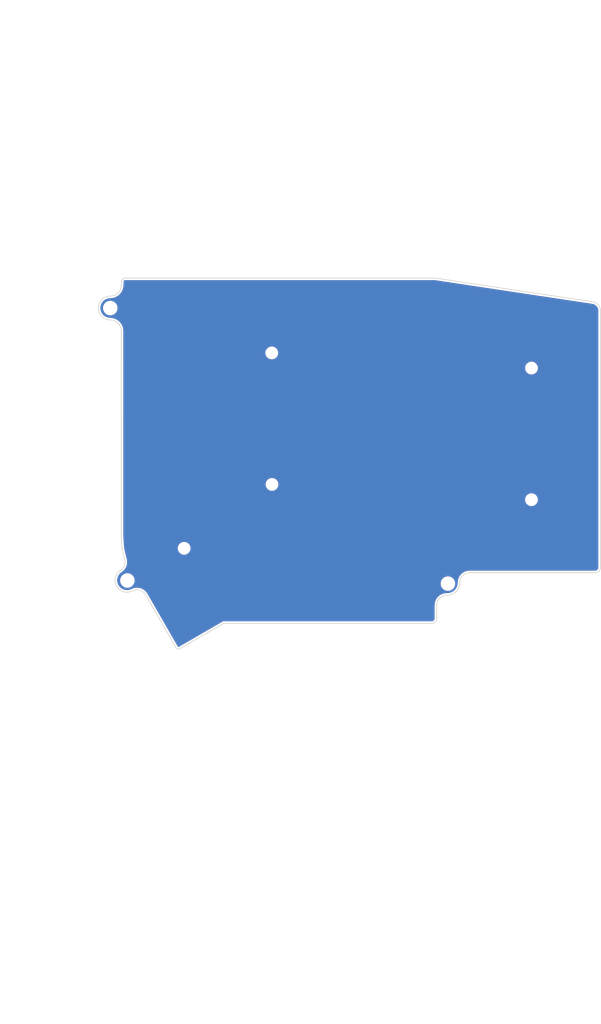
<source format=kicad_pcb>
(kicad_pcb (version 20171130) (host pcbnew "(5.1.9)-1")

  (general
    (thickness 1.6)
    (drawings 64)
    (tracks 0)
    (zones 0)
    (modules 10)
    (nets 1)
  )

  (page A4)
  (title_block
    (title "Lotus 58 Glow MX")
    (date 2020-12-12)
    (rev 0.95)
    (company "Markus Knutsson <markus.knutsson@tweety.se>")
    (comment 1 https://github.com/TweetyDaBird)
    (comment 2 "Licensed under CERN-OHL-S v2 or any superseding version")
  )

  (layers
    (0 F.Cu signal)
    (31 B.Cu signal)
    (32 B.Adhes user)
    (33 F.Adhes user)
    (34 B.Paste user)
    (35 F.Paste user)
    (36 B.SilkS user)
    (37 F.SilkS user)
    (38 B.Mask user)
    (39 F.Mask user)
    (40 Dwgs.User user)
    (41 Cmts.User user)
    (42 Eco1.User user)
    (43 Eco2.User user)
    (44 Edge.Cuts user)
    (45 Margin user)
    (46 B.CrtYd user)
    (47 F.CrtYd user)
    (48 B.Fab user)
    (49 F.Fab user)
  )

  (setup
    (last_trace_width 0.25)
    (user_trace_width 2.5)
    (trace_clearance 0.2)
    (zone_clearance 0.508)
    (zone_45_only no)
    (trace_min 0.2)
    (via_size 0.6096)
    (via_drill 0.3048)
    (via_min_size 0.4)
    (via_min_drill 0.3)
    (uvia_size 0.3)
    (uvia_drill 0.1)
    (uvias_allowed no)
    (uvia_min_size 0.2)
    (uvia_min_drill 0.1)
    (edge_width 0.15)
    (segment_width 0.2)
    (pcb_text_width 0.3)
    (pcb_text_size 1.5 1.5)
    (mod_edge_width 0.15)
    (mod_text_size 1 1)
    (mod_text_width 0.15)
    (pad_size 1.397 1.397)
    (pad_drill 0.8128)
    (pad_to_mask_clearance 0)
    (aux_axis_origin 76.0603 36.6903)
    (visible_elements 7FFFFF7F)
    (pcbplotparams
      (layerselection 0x010f0_ffffffff)
      (usegerberextensions false)
      (usegerberattributes false)
      (usegerberadvancedattributes false)
      (creategerberjobfile false)
      (excludeedgelayer true)
      (linewidth 0.100000)
      (plotframeref false)
      (viasonmask false)
      (mode 1)
      (useauxorigin false)
      (hpglpennumber 1)
      (hpglpenspeed 20)
      (hpglpendiameter 15.000000)
      (psnegative false)
      (psa4output false)
      (plotreference true)
      (plotvalue false)
      (plotinvisibletext false)
      (padsonsilk false)
      (subtractmaskfromsilk true)
      (outputformat 1)
      (mirror false)
      (drillshape 0)
      (scaleselection 1)
      (outputdirectory "gerber/"))
  )

  (net 0 "")

  (net_class Default "これは標準のネット クラスです。"
    (clearance 0.2)
    (trace_width 0.25)
    (via_dia 0.6096)
    (via_drill 0.3048)
    (uvia_dia 0.3)
    (uvia_drill 0.1)
  )

  (net_class GND ""
    (clearance 0.2)
    (trace_width 0.5)
    (via_dia 0.8128)
    (via_drill 0.3048)
    (uvia_dia 0.3)
    (uvia_drill 0.1)
  )

  (net_class VCC ""
    (clearance 0.2)
    (trace_width 0.5)
    (via_dia 0.8128)
    (via_drill 0.3048)
    (uvia_dia 0.3)
    (uvia_drill 0.1)
  )

  (module MountingHole:MountingHole_3.2mm_M3 (layer F.Cu) (tedit 56D1B4CB) (tstamp 60B6739C)
    (at 77.46 44.39 90)
    (descr "Mounting Hole 3.2mm, no annular, M3")
    (tags "mounting hole 3.2mm no annular m3")
    (path /5B74D98F)
    (attr virtual)
    (fp_text reference TH7 (at 0 -3.7 90) (layer F.SilkS) hide
      (effects (font (size 1 1) (thickness 0.15)))
    )
    (fp_text value HOLE (at 0 3.7 90) (layer F.Fab)
      (effects (font (size 1 1) (thickness 0.15)))
    )
    (fp_circle (center 0 0) (end 3.2 0) (layer Cmts.User) (width 0.15))
    (fp_circle (center 0 0) (end 3.45 0) (layer F.CrtYd) (width 0.05))
    (fp_text user %R (at 0.3 0 90) (layer F.Fab)
      (effects (font (size 1 1) (thickness 0.15)))
    )
    (pad 1 np_thru_hole circle (at 0 0 90) (size 3.2 3.2) (drill 3.2) (layers *.Cu *.Mask))
  )

  (module MountingHole:MountingHole_3.2mm_M3 (layer F.Cu) (tedit 56D1B4CB) (tstamp 60B6739C)
    (at 175.45 124.35 90)
    (descr "Mounting Hole 3.2mm, no annular, M3")
    (tags "mounting hole 3.2mm no annular m3")
    (path /5B74D98F)
    (attr virtual)
    (fp_text reference TH7 (at 0 -3.7 90) (layer F.SilkS) hide
      (effects (font (size 1 1) (thickness 0.15)))
    )
    (fp_text value HOLE (at 0 3.7 90) (layer F.Fab)
      (effects (font (size 1 1) (thickness 0.15)))
    )
    (fp_circle (center 0 0) (end 3.2 0) (layer Cmts.User) (width 0.15))
    (fp_circle (center 0 0) (end 3.45 0) (layer F.CrtYd) (width 0.05))
    (fp_text user %R (at 0.3 0 90) (layer F.Fab)
      (effects (font (size 1 1) (thickness 0.15)))
    )
    (pad 1 np_thru_hole circle (at 0 0 90) (size 3.2 3.2) (drill 3.2) (layers *.Cu *.Mask))
  )

  (module MountingHole:MountingHole_3.2mm_M3 (layer F.Cu) (tedit 56D1B4CB) (tstamp 60B671F2)
    (at 82.42 123.45 90)
    (descr "Mounting Hole 3.2mm, no annular, M3")
    (tags "mounting hole 3.2mm no annular m3")
    (path /5B74D98F)
    (attr virtual)
    (fp_text reference TH7 (at 0 -3.7 90) (layer F.SilkS) hide
      (effects (font (size 1 1) (thickness 0.15)))
    )
    (fp_text value HOLE (at 0 3.7 90) (layer F.Fab)
      (effects (font (size 1 1) (thickness 0.15)))
    )
    (fp_text user %R (at 0.3 0 90) (layer F.Fab)
      (effects (font (size 1 1) (thickness 0.15)))
    )
    (fp_circle (center 0 0) (end 3.2 0) (layer Cmts.User) (width 0.15))
    (fp_circle (center 0 0) (end 3.45 0) (layer F.CrtYd) (width 0.05))
    (pad 1 np_thru_hole circle (at 0 0 90) (size 3.2 3.2) (drill 3.2) (layers *.Cu *.Mask))
  )

  (module "" (layer F.Cu) (tedit 0) (tstamp 0)
    (at 99.76 114.01)
    (fp_text reference "" (at 98.8949 114.1095) (layer F.SilkS)
      (effects (font (size 1.27 1.27) (thickness 0.15)))
    )
    (fp_text value "" (at 98.8949 114.1095) (layer F.SilkS)
      (effects (font (size 1.27 1.27) (thickness 0.15)))
    )
    (fp_text user %R (at 119.6598 91.029) (layer F.Fab)
      (effects (font (size 1 1) (thickness 0.15)))
    )
  )

  (module "" (layer F.Cu) (tedit 0) (tstamp 0)
    (at 83.29 137.77)
    (fp_text reference "" (at 98.8949 114.1095) (layer F.SilkS)
      (effects (font (size 1.27 1.27) (thickness 0.15)))
    )
    (fp_text value "" (at 98.8949 114.1095) (layer F.SilkS)
      (effects (font (size 1.27 1.27) (thickness 0.15)))
    )
    (fp_text user %R (at 119.6598 91.029) (layer F.Fab)
      (effects (font (size 1 1) (thickness 0.15)))
    )
  )

  (module MountingHole:MountingHole_2.7mm_M2.5 locked (layer F.Cu) (tedit 56D1B4CB) (tstamp 5B8BE962)
    (at 98.8949 114.1095 90)
    (descr "Mounting Hole 2.7mm, no annular, M2.5")
    (tags "mounting hole 2.7mm no annular m2.5")
    (path /5B74D98F)
    (attr virtual)
    (fp_text reference TH7 (at 0 -3.7 90) (layer F.SilkS) hide
      (effects (font (size 1 1) (thickness 0.15)))
    )
    (fp_text value HOLE (at 0 3.7 90) (layer F.Fab)
      (effects (font (size 1 1) (thickness 0.15)))
    )
    (fp_circle (center 0 0) (end 2.95 0) (layer F.CrtYd) (width 0.05))
    (fp_circle (center 0 0) (end 2.7 0) (layer Cmts.User) (width 0.15))
    (fp_text user %R (at 0.3 0 90) (layer F.Fab)
      (effects (font (size 1 1) (thickness 0.15)))
    )
    (pad 1 np_thru_hole circle (at 0 0 90) (size 2.7 2.7) (drill 2.7) (layers *.Cu *.Mask))
  )

  (module MountingHole:MountingHole_2.7mm_M2.5 locked (layer F.Cu) (tedit 56D1B4CB) (tstamp 5B8BE95D)
    (at 199.7 100)
    (descr "Mounting Hole 2.7mm, no annular, M2.5")
    (tags "mounting hole 2.7mm no annular m2.5")
    (path /5B74D88C)
    (attr virtual)
    (fp_text reference TH6 (at 0 -3.7) (layer F.SilkS) hide
      (effects (font (size 1 1) (thickness 0.15)))
    )
    (fp_text value HOLE (at 0 3.7) (layer F.Fab)
      (effects (font (size 1 1) (thickness 0.15)))
    )
    (fp_circle (center 0 0) (end 2.95 0) (layer F.CrtYd) (width 0.05))
    (fp_circle (center 0 0) (end 2.7 0) (layer Cmts.User) (width 0.15))
    (fp_text user %R (at 0.3 0) (layer F.Fab)
      (effects (font (size 1 1) (thickness 0.15)))
    )
    (pad 1 np_thru_hole circle (at 0 0) (size 2.7 2.7) (drill 2.7) (layers *.Cu *.Mask))
  )

  (module MountingHole:MountingHole_2.7mm_M2.5 locked (layer F.Cu) (tedit 56D1B4CB) (tstamp 5B8BE958)
    (at 124.3965 95.5675)
    (descr "Mounting Hole 2.7mm, no annular, M2.5")
    (tags "mounting hole 2.7mm no annular m2.5")
    (path /5B74D78B)
    (attr virtual)
    (fp_text reference TH5 (at 0 -3.7) (layer F.SilkS) hide
      (effects (font (size 1 1) (thickness 0.15)))
    )
    (fp_text value HOLE (at 0 3.7) (layer F.Fab)
      (effects (font (size 1 1) (thickness 0.15)))
    )
    (fp_circle (center 0 0) (end 2.95 0) (layer F.CrtYd) (width 0.05))
    (fp_circle (center 0 0) (end 2.7 0) (layer Cmts.User) (width 0.15))
    (fp_text user %R (at 0.3 0) (layer F.Fab)
      (effects (font (size 1 1) (thickness 0.15)))
    )
    (pad 1 np_thru_hole circle (at 0 0) (size 2.7 2.7) (drill 2.7) (layers *.Cu *.Mask))
  )

  (module MountingHole:MountingHole_2.7mm_M2.5 locked (layer F.Cu) (tedit 56D1B4CB) (tstamp 5B8BE953)
    (at 199.7 61.8)
    (descr "Mounting Hole 2.7mm, no annular, M2.5")
    (tags "mounting hole 2.7mm no annular m2.5")
    (path /5B74D1C0)
    (attr virtual)
    (fp_text reference TH4 (at 0 -3.7) (layer F.SilkS) hide
      (effects (font (size 1 1) (thickness 0.15)))
    )
    (fp_text value HOLE (at 0 3.7) (layer F.Fab)
      (effects (font (size 1 1) (thickness 0.15)))
    )
    (fp_circle (center 0 0) (end 2.95 0) (layer F.CrtYd) (width 0.05))
    (fp_circle (center 0 0) (end 2.7 0) (layer Cmts.User) (width 0.15))
    (fp_text user %R (at 0.3 0) (layer F.Fab)
      (effects (font (size 1 1) (thickness 0.15)))
    )
    (pad 1 np_thru_hole circle (at 0 0) (size 2.7 2.7) (drill 2.7) (layers *.Cu *.Mask))
  )

  (module MountingHole:MountingHole_2.7mm_M2.5 locked (layer F.Cu) (tedit 56D1B4CB) (tstamp 5B8BE94E)
    (at 124.32538 57.40908)
    (descr "Mounting Hole 2.7mm, no annular, M2.5")
    (tags "mounting hole 2.7mm no annular m2.5")
    (path /5B74DA95)
    (attr virtual)
    (fp_text reference TH3 (at 0 -3.7) (layer F.SilkS) hide
      (effects (font (size 1 1) (thickness 0.15)))
    )
    (fp_text value HOLE (at 0 3.7) (layer F.Fab)
      (effects (font (size 1 1) (thickness 0.15)))
    )
    (fp_circle (center 0 0) (end 2.95 0) (layer F.CrtYd) (width 0.05))
    (fp_circle (center 0 0) (end 2.7 0) (layer Cmts.User) (width 0.15))
    (fp_text user %R (at 0.3 0) (layer F.Fab)
      (effects (font (size 1 1) (thickness 0.15)))
    )
    (pad 1 np_thru_hole circle (at 0 0) (size 2.7 2.7) (drill 2.7) (layers *.Cu *.Mask))
  )

  (gr_arc (start 77.451106 37.669968) (end 77.429612 40.91889) (angle -90.55483333) (layer Edge.Cuts) (width 0.2) (tstamp 60B674AE))
  (gr_line (start 80.7003 36.7444) (end 80.7 37.66) (layer Edge.Cuts) (width 0.2))
  (gr_arc (start 175.079612 130.595637) (end 175.201864 127.715656) (angle -94.3) (layer Edge.Cuts) (width 0.2) (tstamp 60B67419))
  (gr_arc (start 181.779999 124.073594) (end 181.58 121.193595) (angle -88.2) (layer Edge.Cuts) (width 0.2))
  (gr_arc (start 175.28752 124.108279) (end 175.201864 127.715656) (angle -90.17318759) (layer Edge.Cuts) (width 0.2))
  (gr_arc (start 78.916782 118.102602) (end 80.583744 120.392885) (angle -71.276714) (layer Edge.Cuts) (width 0.2) (tstamp 60B673F4))
  (gr_arc (start 82.313925 123.389646) (end 80.583744 120.392885) (angle -180) (layer Edge.Cuts) (width 0.2) (tstamp 60B673F7))
  (gr_arc (start 85.210776 129.029553) (end 87.730657 127.616209) (angle -84.52932095) (layer Edge.Cuts) (width 0.2) (tstamp 60B673FA))
  (gr_arc (start 77.429612 51.06) (end 80.65 51.06) (angle -90) (layer Edge.Cuts) (width 0.2))
  (gr_arc (start 77.429612 44.379251) (end 77.429612 40.91889) (angle -180) (layer Edge.Cuts) (width 0.2))
  (dimension 139.00462 (width 0.15) (layer Eco1.User)
    (gr_text "139,005 mm" (at 150.20261 20.544) (layer Eco1.User)
      (effects (font (size 1 1) (thickness 0.15)))
    )
    (feature1 (pts (xy 80.7003 44.8564) (xy 80.7003 21.257579)))
    (feature2 (pts (xy 219.70492 44.8564) (xy 219.70492 21.257579)))
    (crossbar (pts (xy 219.70492 21.844) (xy 80.7003 21.844)))
    (arrow1a (pts (xy 80.7003 21.844) (xy 81.826804 21.257579)))
    (arrow1b (pts (xy 80.7003 21.844) (xy 81.826804 22.430421)))
    (arrow2a (pts (xy 219.70492 21.844) (xy 218.578416 21.257579)))
    (arrow2b (pts (xy 219.70492 21.844) (xy 218.578416 22.430421)))
  )
  (gr_line (start 80.7085 111.8235) (end 80.772 112.649) (layer Edge.Cuts) (width 0.2) (tstamp 5FB11E18))
  (gr_line (start 80.772 112.649) (end 80.899 114.1095) (layer Edge.Cuts) (width 0.2) (tstamp 5FB11B71))
  (gr_line (start 97.594758 143.271756) (end 110.31982 135.90524) (layer Edge.Cuts) (width 0.2))
  (gr_line (start 218.511891 42.96639) (end 217.79552 42.621355) (layer Edge.Cuts) (width 0.2))
  (gr_line (start 219.50172 44.1452) (end 219.70492 44.8564) (layer Edge.Cuts) (width 0.2) (tstamp 5FAC4583))
  (gr_line (start 219.13342 43.5102) (end 219.50172 44.1452) (layer Edge.Cuts) (width 0.2))
  (dimension 106.7181 (width 0.3) (layer Eco1.User) (tstamp 5BE6B60C)
    (gr_text "106,718 mm" (at 70.9603 90.04935 270) (layer Eco1.User) (tstamp 5BE6B60C)
      (effects (font (size 1.5 1.5) (thickness 0.3)))
    )
    (feature1 (pts (xy 76.0603 143.4084) (xy 72.473879 143.4084)))
    (feature2 (pts (xy 76.0603 36.6903) (xy 72.473879 36.6903)))
    (crossbar (pts (xy 73.0603 36.6903) (xy 73.0603 143.4084)))
    (arrow1a (pts (xy 73.0603 143.4084) (xy 72.473879 142.281896)))
    (arrow1b (pts (xy 73.0603 143.4084) (xy 73.646721 142.281896)))
    (arrow2a (pts (xy 73.0603 36.6903) (xy 72.473879 37.816804)))
    (arrow2b (pts (xy 73.0603 36.6903) (xy 73.646721 37.816804)))
  )
  (gr_line (start 181.58 121.193595) (end 218.18092 121.19356) (layer Edge.Cuts) (width 0.2))
  (gr_line (start 217.79552 42.621355) (end 171.704 35.687) (layer Edge.Cuts) (width 0.2))
  (gr_line (start 171.53204 135.649242) (end 171.277232 135.787458) (layer Edge.Cuts) (width 0.2))
  (gr_line (start 171.753993 135.466153) (end 171.53204 135.649242) (layer Edge.Cuts) (width 0.2))
  (gr_line (start 171.937081 135.244201) (end 171.753993 135.466153) (layer Edge.Cuts) (width 0.2))
  (gr_line (start 172.075297 134.989392) (end 171.937081 135.244201) (layer Edge.Cuts) (width 0.2) (tstamp 5FB0BD0B))
  (gr_line (start 172.162633 134.707736) (end 172.075297 134.989392) (layer Edge.Cuts) (width 0.2))
  (gr_line (start 172.19308 134.427634) (end 172.162633 134.707736) (layer Edge.Cuts) (width 0.2))
  (gr_line (start 219.70492 44.8564) (end 219.70492 119.6848) (layer Edge.Cuts) (width 0.2))
  (gr_line (start 81.163697 35.869721) (end 81.342063 35.77297) (layer Edge.Cuts) (width 0.2) (tstamp 5FB119D9))
  (gr_line (start 81.00833 35.997883) (end 81.163697 35.869721) (layer Edge.Cuts) (width 0.2) (tstamp 5FB119D6))
  (gr_line (start 80.880169 36.153249) (end 81.00833 35.997883) (layer Edge.Cuts) (width 0.2) (tstamp 5FB119D0))
  (gr_line (start 80.783417 36.331615) (end 80.880169 36.153249) (layer Edge.Cuts) (width 0.2) (tstamp 5FB119D3))
  (gr_line (start 80.722283 36.528775) (end 80.783417 36.331615) (layer Edge.Cuts) (width 0.2) (tstamp 5FB119C7))
  (gr_line (start 80.7003 36.7444) (end 80.722283 36.528775) (layer Edge.Cuts) (width 0.2) (tstamp 5FB119C4))
  (gr_line (start 81.539222 35.711835) (end 81.7544 35.6903) (layer Edge.Cuts) (width 0.2) (tstamp 5FB119CD))
  (gr_line (start 81.342063 35.77297) (end 81.539222 35.711835) (layer Edge.Cuts) (width 0.2) (tstamp 5FB119CA))
  (gr_line (start 171.704 35.687) (end 81.7544 35.6903) (layer Edge.Cuts) (width 0.2) (tstamp 5FDBB7F0))
  (gr_line (start 80.645 110.617) (end 80.65 51.06) (layer Edge.Cuts) (width 0.2))
  (gr_line (start 81.4197 116.3955) (end 81.620954 117.259032) (layer Edge.Cuts) (width 0.2) (tstamp 5FAC2F1F))
  (gr_line (start 81.153 115.3795) (end 81.4197 116.3955) (layer Edge.Cuts) (width 0.2))
  (gr_line (start 80.645 110.617) (end 80.7085 111.8235) (layer Edge.Cuts) (width 0.2))
  (gr_line (start 97.426864 143.357278) (end 97.594758 143.271756) (layer Edge.Cuts) (width 0.2))
  (gr_line (start 97.268206 143.404468) (end 97.426864 143.357278) (layer Edge.Cuts) (width 0.2))
  (gr_line (start 97.119252 143.413974) (end 97.268206 143.404468) (layer Edge.Cuts) (width 0.2))
  (gr_line (start 96.98047 143.386445) (end 97.119252 143.413974) (layer Edge.Cuts) (width 0.2))
  (gr_line (start 96.852328 143.322532) (end 96.98047 143.386445) (layer Edge.Cuts) (width 0.2))
  (gr_line (start 96.735295 143.222884) (end 96.852328 143.322532) (layer Edge.Cuts) (width 0.2))
  (gr_line (start 96.629837 143.08815) (end 96.735295 143.222884) (layer Edge.Cuts) (width 0.2))
  (gr_line (start 87.730657 127.616209) (end 96.629837 143.08815) (layer Edge.Cuts) (width 0.2))
  (gr_line (start 80.899 114.1095) (end 81.153 115.3795) (layer Edge.Cuts) (width 0.2))
  (gr_line (start 110.31982 135.90524) (end 170.69308 135.90524) (layer Edge.Cuts) (width 0.2))
  (gr_line (start 172.19422 130.69) (end 172.19308 134.427634) (layer Edge.Cuts) (width 0.2))
  (gr_line (start 170.995576 135.874793) (end 170.69308 135.90524) (layer Edge.Cuts) (width 0.2))
  (gr_line (start 171.277232 135.787458) (end 170.995576 135.874793) (layer Edge.Cuts) (width 0.2))
  (gr_line (start 219.13342 43.5102) (end 218.511891 42.96639) (layer Edge.Cuts) (width 0.2))
  (gr_line (start 218.500315 121.165688) (end 218.18092 121.19356) (layer Edge.Cuts) (width 0.2) (tstamp 5FAC46A0))
  (gr_line (start 218.781972 121.078352) (end 218.500315 121.165688) (layer Edge.Cuts) (width 0.2) (tstamp 5FAC469D))
  (gr_line (start 219.03678 120.940136) (end 218.781972 121.078352) (layer Edge.Cuts) (width 0.2) (tstamp 5FAC468E))
  (gr_line (start 219.258732 120.757048) (end 219.03678 120.940136) (layer Edge.Cuts) (width 0.2) (tstamp 5FAC468B))
  (gr_line (start 219.441821 120.535096) (end 219.258732 120.757048) (layer Edge.Cuts) (width 0.2) (tstamp 5FAC469A))
  (gr_line (start 219.580037 120.280287) (end 219.441821 120.535096) (layer Edge.Cuts) (width 0.2) (tstamp 5FAC4694))
  (gr_line (start 219.667372 119.998631) (end 219.580037 120.280287) (layer Edge.Cuts) (width 0.2) (tstamp 5FAC4691))
  (gr_line (start 219.70492 119.6848) (end 219.667372 119.998631) (layer Edge.Cuts) (width 0.2) (tstamp 5FAC4697))
  (gr_line (start 61.3824 -17.470697) (end 61.3824 -17.470697) (layer Eco2.User) (width 0.1))
  (gr_line (start 45.503294 -44.952764) (end 45.503294 -44.952764) (layer Eco2.User) (width 0.1))

  (zone (net 0) (net_name "") (layer B.Cu) (tstamp 602A3D53) (hatch edge 0.508)
    (connect_pads (clearance 0.508))
    (min_thickness 0.254)
    (fill yes (arc_segments 16) (thermal_gap 0.508) (thermal_bridge_width 0.508))
    (polygon
      (pts
        (xy 72.54265 35.2056) (xy 219.76055 35.1016) (xy 219.9 121) (xy 180.8 121.1) (xy 180.8 136.1)
        (xy 111.9 136) (xy 90.733 146.93) (xy 76.907 122.818) (xy 72.6821 103.104)
      )
    )
    (filled_polygon
      (pts
        (xy 217.576499 43.331674) (xy 218.103023 43.585272) (xy 218.558348 43.983661) (xy 218.820095 44.43495) (xy 218.96992 44.959338)
        (xy 218.969921 119.64098) (xy 218.945527 119.844869) (xy 218.89945 119.993469) (xy 218.829626 120.122193) (xy 218.736622 120.234938)
        (xy 218.623879 120.32794) (xy 218.495153 120.397765) (xy 218.357908 120.440322) (xy 218.148915 120.45856) (xy 181.543895 120.458596)
        (xy 181.435915 120.469231) (xy 181.415848 120.475318) (xy 180.979352 120.543457) (xy 180.919162 120.558993) (xy 180.858616 120.57294)
        (xy 180.848911 120.576276) (xy 180.31738 120.76317) (xy 180.256952 120.791313) (xy 180.196216 120.818573) (xy 180.187353 120.823726)
        (xy 180.187344 120.82373) (xy 180.187337 120.823735) (xy 179.702237 121.110308) (xy 179.648437 121.149644) (xy 179.594141 121.188191)
        (xy 179.586439 121.194973) (xy 179.166236 121.570316) (xy 179.1211 121.619354) (xy 179.075327 121.66771) (xy 179.069095 121.675854)
        (xy 179.069089 121.67586) (xy 179.069085 121.675867) (xy 178.729792 122.125672) (xy 178.695044 122.182537) (xy 178.659531 122.238871)
        (xy 178.654995 122.248077) (xy 178.409529 122.755227) (xy 178.386494 122.817742) (xy 178.362594 122.879915) (xy 178.359933 122.889826)
        (xy 178.217647 123.434995) (xy 178.207193 123.500795) (xy 178.195824 123.566426) (xy 178.195139 123.576665) (xy 178.162743 124.117573)
        (xy 178.090581 124.723904) (xy 177.917621 125.256631) (xy 177.64448 125.745619) (xy 177.281567 126.172237) (xy 176.842695 126.520243)
        (xy 176.344593 126.776376) (xy 175.806222 126.930883) (xy 175.213546 126.980787) (xy 175.213161 126.980743) (xy 175.202899 126.980657)
        (xy 174.966507 126.980324) (xy 174.920856 126.984735) (xy 174.875016 126.985911) (xy 174.86484 126.987245) (xy 174.307558 127.06427)
        (xy 174.242761 127.079789) (xy 174.17778 127.094397) (xy 174.16806 127.097681) (xy 174.168054 127.097683) (xy 173.636349 127.281483)
        (xy 173.575806 127.30929) (xy 173.514893 127.336244) (xy 173.505999 127.341352) (xy 173.505995 127.341354) (xy 173.505994 127.341355)
        (xy 173.020113 127.624932) (xy 172.966116 127.663975) (xy 172.911607 127.702241) (xy 172.90387 127.708983) (xy 172.482323 128.081534)
        (xy 172.436941 128.130319) (xy 172.3909 128.178446) (xy 172.384625 128.186557) (xy 172.38462 128.186562) (xy 172.384617 128.186567)
        (xy 172.043463 128.633897) (xy 172.008416 128.690574) (xy 171.972604 128.746722) (xy 171.96802 128.755903) (xy 171.720248 129.260983)
        (xy 171.69686 129.323434) (xy 171.672654 129.385422) (xy 171.66994 129.395319) (xy 171.524991 129.938905) (xy 171.514186 130.004669)
        (xy 171.502473 130.070219) (xy 171.501733 130.080454) (xy 171.471808 130.539409) (xy 171.469899 130.545695) (xy 171.459232 130.653671)
        (xy 171.458093 134.387686) (xy 171.439602 134.557799) (xy 171.394711 134.702571) (xy 171.324885 134.831299) (xy 171.231883 134.944044)
        (xy 171.119139 135.037046) (xy 170.990413 135.106871) (xy 170.848459 135.150887) (xy 170.656186 135.17024) (xy 110.379654 135.17024)
        (xy 110.367269 135.16821) (xy 110.307383 135.17024) (xy 110.283715 135.17024) (xy 110.271294 135.171463) (xy 110.222569 135.173115)
        (xy 110.19941 135.178543) (xy 110.175735 135.180875) (xy 110.129077 135.195029) (xy 110.081607 135.206155) (xy 110.059951 135.215998)
        (xy 110.037187 135.222903) (xy 109.994182 135.24589) (xy 109.982828 135.25105) (xy 109.962362 135.262898) (xy 109.9095 135.291153)
        (xy 109.899795 135.299118) (xy 97.243574 142.625782) (xy 97.219 142.638299) (xy 88.349781 127.218449) (xy 88.340664 127.205682)
        (xy 88.186257 126.961923) (xy 88.15524 126.922154) (xy 88.126599 126.880662) (xy 88.119919 126.872872) (xy 87.749865 126.447421)
        (xy 87.701464 126.401676) (xy 87.65368 126.355235) (xy 87.645614 126.348891) (xy 87.199971 126.003419) (xy 87.143575 125.967927)
        (xy 87.08771 125.93167) (xy 87.078565 125.927013) (xy 86.574307 125.67468) (xy 86.512062 125.650807) (xy 86.450248 125.626104)
        (xy 86.440373 125.623312) (xy 85.896707 125.473729) (xy 85.831054 125.462408) (xy 85.765577 125.450174) (xy 85.755347 125.449354)
        (xy 85.192982 125.408218) (xy 85.126377 125.409865) (xy 85.059772 125.410581) (xy 85.049578 125.411763) (xy 84.489932 125.480642)
        (xy 84.424899 125.495198) (xy 84.35972 125.508834) (xy 84.349952 125.511973) (xy 84.349946 125.511975) (xy 83.81434 125.688243)
        (xy 83.782714 125.702203) (xy 83.749849 125.712881) (xy 83.740474 125.717055) (xy 83.191084 125.96627) (xy 82.673903 126.087573)
        (xy 82.143018 126.106112) (xy 81.618642 126.021182) (xy 81.120754 125.836019) (xy 80.668306 125.557672) (xy 80.278541 125.196746)
        (xy 79.966303 124.766986) (xy 79.743485 124.284766) (xy 79.618576 123.768453) (xy 79.596332 123.237711) (xy 79.597545 123.229872)
        (xy 80.185 123.229872) (xy 80.185 123.670128) (xy 80.27089 124.101925) (xy 80.439369 124.508669) (xy 80.683962 124.874729)
        (xy 80.995271 125.186038) (xy 81.361331 125.430631) (xy 81.768075 125.59911) (xy 82.199872 125.685) (xy 82.640128 125.685)
        (xy 83.071925 125.59911) (xy 83.478669 125.430631) (xy 83.844729 125.186038) (xy 84.156038 124.874729) (xy 84.400631 124.508669)
        (xy 84.557533 124.129872) (xy 173.215 124.129872) (xy 173.215 124.570128) (xy 173.30089 125.001925) (xy 173.469369 125.408669)
        (xy 173.713962 125.774729) (xy 174.025271 126.086038) (xy 174.391331 126.330631) (xy 174.798075 126.49911) (xy 175.229872 126.585)
        (xy 175.670128 126.585) (xy 176.101925 126.49911) (xy 176.508669 126.330631) (xy 176.874729 126.086038) (xy 177.186038 125.774729)
        (xy 177.430631 125.408669) (xy 177.59911 125.001925) (xy 177.685 124.570128) (xy 177.685 124.129872) (xy 177.59911 123.698075)
        (xy 177.430631 123.291331) (xy 177.186038 122.925271) (xy 176.874729 122.613962) (xy 176.508669 122.369369) (xy 176.101925 122.20089)
        (xy 175.670128 122.115) (xy 175.229872 122.115) (xy 174.798075 122.20089) (xy 174.391331 122.369369) (xy 174.025271 122.613962)
        (xy 173.713962 122.925271) (xy 173.469369 123.291331) (xy 173.30089 123.698075) (xy 173.215 124.129872) (xy 84.557533 124.129872)
        (xy 84.56911 124.101925) (xy 84.655 123.670128) (xy 84.655 123.229872) (xy 84.56911 122.798075) (xy 84.400631 122.391331)
        (xy 84.156038 122.025271) (xy 83.844729 121.713962) (xy 83.478669 121.469369) (xy 83.071925 121.30089) (xy 82.640128 121.215)
        (xy 82.199872 121.215) (xy 81.768075 121.30089) (xy 81.361331 121.469369) (xy 80.995271 121.713962) (xy 80.683962 122.025271)
        (xy 80.439369 122.391331) (xy 80.27089 122.798075) (xy 80.185 123.229872) (xy 79.597545 123.229872) (xy 79.6776 122.712751)
        (xy 79.859284 122.213577) (xy 80.134464 121.759202) (xy 80.492661 121.366927) (xy 80.947228 121.031791) (xy 80.955675 121.026835)
        (xy 80.991423 121.000863) (xy 81.029014 120.977658) (xy 81.037135 120.971384) (xy 81.195738 120.847081) (xy 81.22746 120.81678)
        (xy 81.261393 120.788982) (xy 81.268608 120.781684) (xy 81.654549 120.385846) (xy 81.696201 120.333809) (xy 81.738527 120.282417)
        (xy 81.744188 120.273857) (xy 82.045893 119.810595) (xy 82.076658 119.751432) (xy 82.108183 119.692822) (xy 82.112073 119.683326)
        (xy 82.31805 119.170285) (xy 82.336729 119.106302) (xy 82.356278 119.042657) (xy 82.35825 119.032586) (xy 82.460654 118.489308)
        (xy 82.46655 118.422911) (xy 82.473364 118.356686) (xy 82.473342 118.346424) (xy 82.468273 117.793602) (xy 82.461163 117.72735)
        (xy 82.454982 117.661035) (xy 82.452967 117.650973) (xy 82.346131 117.136232) (xy 82.344965 117.127367) (xy 82.141394 116.253892)
        (xy 82.139781 116.243806) (xy 82.1332 116.218737) (xy 82.127321 116.19351) (xy 82.124041 116.183843) (xy 81.869452 115.213983)
        (xy 81.627709 114.005268) (xy 81.619773 113.913995) (xy 96.9099 113.913995) (xy 96.9099 114.305005) (xy 96.986182 114.688503)
        (xy 97.135815 115.04975) (xy 97.353049 115.374864) (xy 97.629536 115.651351) (xy 97.95465 115.868585) (xy 98.315897 116.018218)
        (xy 98.699395 116.0945) (xy 99.090405 116.0945) (xy 99.473903 116.018218) (xy 99.83515 115.868585) (xy 100.160264 115.651351)
        (xy 100.436751 115.374864) (xy 100.653985 115.04975) (xy 100.803618 114.688503) (xy 100.8799 114.305005) (xy 100.8799 113.913995)
        (xy 100.803618 113.530497) (xy 100.653985 113.16925) (xy 100.436751 112.844136) (xy 100.160264 112.567649) (xy 99.83515 112.350415)
        (xy 99.473903 112.200782) (xy 99.090405 112.1245) (xy 98.699395 112.1245) (xy 98.315897 112.200782) (xy 97.95465 112.350415)
        (xy 97.629536 112.567649) (xy 97.353049 112.844136) (xy 97.135815 113.16925) (xy 96.986182 113.530497) (xy 96.9099 113.913995)
        (xy 81.619773 113.913995) (xy 81.504553 112.588962) (xy 81.442017 111.776) (xy 81.380001 110.597694) (xy 81.380906 99.804495)
        (xy 197.715 99.804495) (xy 197.715 100.195505) (xy 197.791282 100.579003) (xy 197.940915 100.94025) (xy 198.158149 101.265364)
        (xy 198.434636 101.541851) (xy 198.75975 101.759085) (xy 199.120997 101.908718) (xy 199.504495 101.985) (xy 199.895505 101.985)
        (xy 200.279003 101.908718) (xy 200.64025 101.759085) (xy 200.965364 101.541851) (xy 201.241851 101.265364) (xy 201.459085 100.94025)
        (xy 201.608718 100.579003) (xy 201.685 100.195505) (xy 201.685 99.804495) (xy 201.608718 99.420997) (xy 201.459085 99.05975)
        (xy 201.241851 98.734636) (xy 200.965364 98.458149) (xy 200.64025 98.240915) (xy 200.279003 98.091282) (xy 199.895505 98.015)
        (xy 199.504495 98.015) (xy 199.120997 98.091282) (xy 198.75975 98.240915) (xy 198.434636 98.458149) (xy 198.158149 98.734636)
        (xy 197.940915 99.05975) (xy 197.791282 99.420997) (xy 197.715 99.804495) (xy 81.380906 99.804495) (xy 81.381279 95.371995)
        (xy 122.4115 95.371995) (xy 122.4115 95.763005) (xy 122.487782 96.146503) (xy 122.637415 96.50775) (xy 122.854649 96.832864)
        (xy 123.131136 97.109351) (xy 123.45625 97.326585) (xy 123.817497 97.476218) (xy 124.200995 97.5525) (xy 124.592005 97.5525)
        (xy 124.975503 97.476218) (xy 125.33675 97.326585) (xy 125.661864 97.109351) (xy 125.938351 96.832864) (xy 126.155585 96.50775)
        (xy 126.305218 96.146503) (xy 126.3815 95.763005) (xy 126.3815 95.371995) (xy 126.305218 94.988497) (xy 126.155585 94.62725)
        (xy 125.938351 94.302136) (xy 125.661864 94.025649) (xy 125.33675 93.808415) (xy 124.975503 93.658782) (xy 124.592005 93.5825)
        (xy 124.200995 93.5825) (xy 123.817497 93.658782) (xy 123.45625 93.808415) (xy 123.131136 94.025649) (xy 122.854649 94.302136)
        (xy 122.637415 94.62725) (xy 122.487782 94.988497) (xy 122.4115 95.371995) (xy 81.381279 95.371995) (xy 81.384114 61.604495)
        (xy 197.715 61.604495) (xy 197.715 61.995505) (xy 197.791282 62.379003) (xy 197.940915 62.74025) (xy 198.158149 63.065364)
        (xy 198.434636 63.341851) (xy 198.75975 63.559085) (xy 199.120997 63.708718) (xy 199.504495 63.785) (xy 199.895505 63.785)
        (xy 200.279003 63.708718) (xy 200.64025 63.559085) (xy 200.965364 63.341851) (xy 201.241851 63.065364) (xy 201.459085 62.74025)
        (xy 201.608718 62.379003) (xy 201.685 61.995505) (xy 201.685 61.604495) (xy 201.608718 61.220997) (xy 201.459085 60.85975)
        (xy 201.241851 60.534636) (xy 200.965364 60.258149) (xy 200.64025 60.040915) (xy 200.279003 59.891282) (xy 199.895505 59.815)
        (xy 199.504495 59.815) (xy 199.120997 59.891282) (xy 198.75975 60.040915) (xy 198.434636 60.258149) (xy 198.158149 60.534636)
        (xy 197.940915 60.85975) (xy 197.791282 61.220997) (xy 197.715 61.604495) (xy 81.384114 61.604495) (xy 81.384483 57.213575)
        (xy 122.34038 57.213575) (xy 122.34038 57.604585) (xy 122.416662 57.988083) (xy 122.566295 58.34933) (xy 122.783529 58.674444)
        (xy 123.060016 58.950931) (xy 123.38513 59.168165) (xy 123.746377 59.317798) (xy 124.129875 59.39408) (xy 124.520885 59.39408)
        (xy 124.904383 59.317798) (xy 125.26563 59.168165) (xy 125.590744 58.950931) (xy 125.867231 58.674444) (xy 126.084465 58.34933)
        (xy 126.234098 57.988083) (xy 126.31038 57.604585) (xy 126.31038 57.213575) (xy 126.234098 56.830077) (xy 126.084465 56.46883)
        (xy 125.867231 56.143716) (xy 125.590744 55.867229) (xy 125.26563 55.649995) (xy 124.904383 55.500362) (xy 124.520885 55.42408)
        (xy 124.129875 55.42408) (xy 123.746377 55.500362) (xy 123.38513 55.649995) (xy 123.060016 55.867229) (xy 122.783529 56.143716)
        (xy 122.566295 56.46883) (xy 122.416662 56.830077) (xy 122.34038 57.213575) (xy 81.384483 57.213575) (xy 81.385003 51.023957)
        (xy 81.381757 50.99097) (xy 81.381897 50.970902) (xy 81.380895 50.960689) (xy 81.315197 50.335622) (xy 81.301808 50.270394)
        (xy 81.28932 50.204931) (xy 81.286354 50.195106) (xy 81.100499 49.594704) (xy 81.07466 49.533236) (xy 81.049728 49.471527)
        (xy 81.044911 49.462465) (xy 80.745977 48.909598) (xy 80.708711 48.854349) (xy 80.672248 48.798629) (xy 80.665763 48.790676)
        (xy 80.265135 48.3064) (xy 80.217829 48.259423) (xy 80.171257 48.211865) (xy 80.16335 48.205323) (xy 79.67629 47.808086)
        (xy 79.620797 47.771217) (xy 79.565836 47.733584) (xy 79.556809 47.728703) (xy 79.001867 47.433636) (xy 78.94024 47.408235)
        (xy 78.879047 47.382008) (xy 78.869244 47.378973) (xy 78.26756 47.197314) (xy 78.202193 47.184371) (xy 78.137052 47.170525)
        (xy 78.126846 47.169452) (xy 77.501336 47.10812) (xy 77.501335 47.10812) (xy 76.900939 47.049251) (xy 76.3924 46.895714)
        (xy 75.92337 46.646326) (xy 75.511715 46.310589) (xy 75.173109 45.901283) (xy 74.920452 45.434005) (xy 74.763369 44.926551)
        (xy 74.707842 44.398251) (xy 74.728626 44.169872) (xy 75.225 44.169872) (xy 75.225 44.610128) (xy 75.31089 45.041925)
        (xy 75.479369 45.448669) (xy 75.723962 45.814729) (xy 76.035271 46.126038) (xy 76.401331 46.370631) (xy 76.808075 46.53911)
        (xy 77.239872 46.625) (xy 77.680128 46.625) (xy 78.111925 46.53911) (xy 78.518669 46.370631) (xy 78.884729 46.126038)
        (xy 79.196038 45.814729) (xy 79.440631 45.448669) (xy 79.60911 45.041925) (xy 79.695 44.610128) (xy 79.695 44.169872)
        (xy 79.60911 43.738075) (xy 79.440631 43.331331) (xy 79.196038 42.965271) (xy 78.884729 42.653962) (xy 78.518669 42.409369)
        (xy 78.111925 42.24089) (xy 77.680128 42.155) (xy 77.239872 42.155) (xy 76.808075 42.24089) (xy 76.401331 42.409369)
        (xy 76.035271 42.653962) (xy 75.723962 42.965271) (xy 75.479369 43.331331) (xy 75.31089 43.738075) (xy 75.225 44.169872)
        (xy 74.728626 44.169872) (xy 74.755987 43.86923) (xy 74.905969 43.359635) (xy 75.152077 42.888873) (xy 75.484935 42.474881)
        (xy 75.891864 42.133427) (xy 76.357367 41.877515) (xy 76.863713 41.716892) (xy 77.424943 41.65394) (xy 77.432767 41.653886)
        (xy 77.485018 41.653796) (xy 77.518738 41.650431) (xy 77.552616 41.650564) (xy 77.562827 41.649531) (xy 78.193239 41.581316)
        (xy 78.25846 41.567719) (xy 78.323851 41.555037) (xy 78.333667 41.552041) (xy 78.938824 41.362677) (xy 79.00017 41.336668)
        (xy 79.061844 41.31153) (xy 79.070891 41.306684) (xy 79.627741 41.003385) (xy 79.682847 40.965969) (xy 79.738484 40.929317)
        (xy 79.746417 40.922806) (xy 80.233752 40.517123) (xy 80.280562 40.469695) (xy 80.328 40.422954) (xy 80.334517 40.415027)
        (xy 80.733772 39.922414) (xy 80.77048 39.866794) (xy 80.807934 39.811733) (xy 80.812787 39.802691) (xy 81.108756 39.24191)
        (xy 81.133965 39.180211) (xy 81.160007 39.118933) (xy 81.163012 39.10912) (xy 81.344422 38.501532) (xy 81.35717 38.436097)
        (xy 81.370811 38.370941) (xy 81.371853 38.360732) (xy 81.431793 37.729479) (xy 81.431791 37.728699) (xy 81.434988 37.696345)
        (xy 81.435287 36.781889) (xy 81.446047 36.676348) (xy 81.464005 36.618434) (xy 81.492365 36.566151) (xy 81.530442 36.519991)
        (xy 81.576597 36.481918) (xy 81.628884 36.453556) (xy 81.686137 36.435803) (xy 81.7911 36.425298) (xy 171.649036 36.422001)
      )
    )
  )
  (zone (net 0) (net_name "") (layer F.Cu) (tstamp 602A3D50) (hatch edge 0.508)
    (connect_pads (clearance 0.508))
    (min_thickness 0.254)
    (fill yes (arc_segments 16) (thermal_gap 0.508) (thermal_bridge_width 0.508))
    (polygon
      (pts
        (xy 72.7649 34.81825) (xy 219.6399 35.48895) (xy 219.9 121) (xy 180.87 120.75) (xy 180.87 135.75)
        (xy 111.9 136) (xy 90.6695 146.676) (xy 76.9705 122.564) (xy 73.025 102.3293)
      )
    )
    (filled_polygon
      (pts
        (xy 217.576499 43.331674) (xy 218.103023 43.585272) (xy 218.558348 43.983661) (xy 218.820095 44.43495) (xy 218.96992 44.959338)
        (xy 218.969921 119.64098) (xy 218.945527 119.844869) (xy 218.89945 119.993469) (xy 218.829626 120.122193) (xy 218.736622 120.234938)
        (xy 218.623879 120.32794) (xy 218.495153 120.397765) (xy 218.357908 120.440322) (xy 218.148915 120.45856) (xy 181.543895 120.458596)
        (xy 181.435915 120.469231) (xy 181.415848 120.475318) (xy 180.979352 120.543457) (xy 180.919162 120.558993) (xy 180.858616 120.57294)
        (xy 180.848911 120.576276) (xy 180.31738 120.76317) (xy 180.256952 120.791313) (xy 180.196216 120.818573) (xy 180.187353 120.823726)
        (xy 180.187344 120.82373) (xy 180.187337 120.823735) (xy 179.702237 121.110308) (xy 179.648437 121.149644) (xy 179.594141 121.188191)
        (xy 179.586439 121.194973) (xy 179.166236 121.570316) (xy 179.1211 121.619354) (xy 179.075327 121.66771) (xy 179.069095 121.675854)
        (xy 179.069089 121.67586) (xy 179.069085 121.675867) (xy 178.729792 122.125672) (xy 178.695044 122.182537) (xy 178.659531 122.238871)
        (xy 178.654995 122.248077) (xy 178.409529 122.755227) (xy 178.386494 122.817742) (xy 178.362594 122.879915) (xy 178.359933 122.889826)
        (xy 178.217647 123.434995) (xy 178.207193 123.500795) (xy 178.195824 123.566426) (xy 178.195139 123.576665) (xy 178.162743 124.117573)
        (xy 178.090581 124.723904) (xy 177.917621 125.256631) (xy 177.64448 125.745619) (xy 177.281567 126.172237) (xy 176.842695 126.520243)
        (xy 176.344593 126.776376) (xy 175.806222 126.930883) (xy 175.213546 126.980787) (xy 175.213161 126.980743) (xy 175.202899 126.980657)
        (xy 174.966507 126.980324) (xy 174.920856 126.984735) (xy 174.875016 126.985911) (xy 174.86484 126.987245) (xy 174.307558 127.06427)
        (xy 174.242761 127.079789) (xy 174.17778 127.094397) (xy 174.16806 127.097681) (xy 174.168054 127.097683) (xy 173.636349 127.281483)
        (xy 173.575806 127.30929) (xy 173.514893 127.336244) (xy 173.505999 127.341352) (xy 173.505995 127.341354) (xy 173.505994 127.341355)
        (xy 173.020113 127.624932) (xy 172.966116 127.663975) (xy 172.911607 127.702241) (xy 172.90387 127.708983) (xy 172.482323 128.081534)
        (xy 172.436941 128.130319) (xy 172.3909 128.178446) (xy 172.384625 128.186557) (xy 172.38462 128.186562) (xy 172.384617 128.186567)
        (xy 172.043463 128.633897) (xy 172.008416 128.690574) (xy 171.972604 128.746722) (xy 171.96802 128.755903) (xy 171.720248 129.260983)
        (xy 171.69686 129.323434) (xy 171.672654 129.385422) (xy 171.66994 129.395319) (xy 171.524991 129.938905) (xy 171.514186 130.004669)
        (xy 171.502473 130.070219) (xy 171.501733 130.080454) (xy 171.471808 130.539409) (xy 171.469899 130.545695) (xy 171.459232 130.653671)
        (xy 171.458093 134.387686) (xy 171.439602 134.557799) (xy 171.394711 134.702571) (xy 171.324885 134.831299) (xy 171.231883 134.944044)
        (xy 171.119139 135.037046) (xy 170.990413 135.106871) (xy 170.848459 135.150887) (xy 170.656186 135.17024) (xy 110.379654 135.17024)
        (xy 110.367269 135.16821) (xy 110.307383 135.17024) (xy 110.283715 135.17024) (xy 110.271294 135.171463) (xy 110.222569 135.173115)
        (xy 110.19941 135.178543) (xy 110.175735 135.180875) (xy 110.129077 135.195029) (xy 110.081607 135.206155) (xy 110.059951 135.215998)
        (xy 110.037187 135.222903) (xy 109.994182 135.24589) (xy 109.982828 135.25105) (xy 109.962362 135.262898) (xy 109.9095 135.291153)
        (xy 109.899795 135.299118) (xy 97.243574 142.625782) (xy 97.219 142.638299) (xy 88.349781 127.218449) (xy 88.340664 127.205682)
        (xy 88.186257 126.961923) (xy 88.15524 126.922154) (xy 88.126599 126.880662) (xy 88.119919 126.872872) (xy 87.749865 126.447421)
        (xy 87.701464 126.401676) (xy 87.65368 126.355235) (xy 87.645614 126.348891) (xy 87.199971 126.003419) (xy 87.143575 125.967927)
        (xy 87.08771 125.93167) (xy 87.078565 125.927013) (xy 86.574307 125.67468) (xy 86.512062 125.650807) (xy 86.450248 125.626104)
        (xy 86.440373 125.623312) (xy 85.896707 125.473729) (xy 85.831054 125.462408) (xy 85.765577 125.450174) (xy 85.755347 125.449354)
        (xy 85.192982 125.408218) (xy 85.126377 125.409865) (xy 85.059772 125.410581) (xy 85.049578 125.411763) (xy 84.489932 125.480642)
        (xy 84.424899 125.495198) (xy 84.35972 125.508834) (xy 84.349952 125.511973) (xy 84.349946 125.511975) (xy 83.81434 125.688243)
        (xy 83.782714 125.702203) (xy 83.749849 125.712881) (xy 83.740474 125.717055) (xy 83.191084 125.96627) (xy 82.673903 126.087573)
        (xy 82.143018 126.106112) (xy 81.618642 126.021182) (xy 81.120754 125.836019) (xy 80.668306 125.557672) (xy 80.278541 125.196746)
        (xy 79.966303 124.766986) (xy 79.743485 124.284766) (xy 79.618576 123.768453) (xy 79.596332 123.237711) (xy 79.597545 123.229872)
        (xy 80.185 123.229872) (xy 80.185 123.670128) (xy 80.27089 124.101925) (xy 80.439369 124.508669) (xy 80.683962 124.874729)
        (xy 80.995271 125.186038) (xy 81.361331 125.430631) (xy 81.768075 125.59911) (xy 82.199872 125.685) (xy 82.640128 125.685)
        (xy 83.071925 125.59911) (xy 83.478669 125.430631) (xy 83.844729 125.186038) (xy 84.156038 124.874729) (xy 84.400631 124.508669)
        (xy 84.557533 124.129872) (xy 173.215 124.129872) (xy 173.215 124.570128) (xy 173.30089 125.001925) (xy 173.469369 125.408669)
        (xy 173.713962 125.774729) (xy 174.025271 126.086038) (xy 174.391331 126.330631) (xy 174.798075 126.49911) (xy 175.229872 126.585)
        (xy 175.670128 126.585) (xy 176.101925 126.49911) (xy 176.508669 126.330631) (xy 176.874729 126.086038) (xy 177.186038 125.774729)
        (xy 177.430631 125.408669) (xy 177.59911 125.001925) (xy 177.685 124.570128) (xy 177.685 124.129872) (xy 177.59911 123.698075)
        (xy 177.430631 123.291331) (xy 177.186038 122.925271) (xy 176.874729 122.613962) (xy 176.508669 122.369369) (xy 176.101925 122.20089)
        (xy 175.670128 122.115) (xy 175.229872 122.115) (xy 174.798075 122.20089) (xy 174.391331 122.369369) (xy 174.025271 122.613962)
        (xy 173.713962 122.925271) (xy 173.469369 123.291331) (xy 173.30089 123.698075) (xy 173.215 124.129872) (xy 84.557533 124.129872)
        (xy 84.56911 124.101925) (xy 84.655 123.670128) (xy 84.655 123.229872) (xy 84.56911 122.798075) (xy 84.400631 122.391331)
        (xy 84.156038 122.025271) (xy 83.844729 121.713962) (xy 83.478669 121.469369) (xy 83.071925 121.30089) (xy 82.640128 121.215)
        (xy 82.199872 121.215) (xy 81.768075 121.30089) (xy 81.361331 121.469369) (xy 80.995271 121.713962) (xy 80.683962 122.025271)
        (xy 80.439369 122.391331) (xy 80.27089 122.798075) (xy 80.185 123.229872) (xy 79.597545 123.229872) (xy 79.6776 122.712751)
        (xy 79.859284 122.213577) (xy 80.134464 121.759202) (xy 80.492661 121.366927) (xy 80.947228 121.031791) (xy 80.955675 121.026835)
        (xy 80.991423 121.000863) (xy 81.029014 120.977658) (xy 81.037135 120.971384) (xy 81.195738 120.847081) (xy 81.22746 120.81678)
        (xy 81.261393 120.788982) (xy 81.268608 120.781684) (xy 81.654549 120.385846) (xy 81.696201 120.333809) (xy 81.738527 120.282417)
        (xy 81.744188 120.273857) (xy 82.045893 119.810595) (xy 82.076658 119.751432) (xy 82.108183 119.692822) (xy 82.112073 119.683326)
        (xy 82.31805 119.170285) (xy 82.336729 119.106302) (xy 82.356278 119.042657) (xy 82.35825 119.032586) (xy 82.460654 118.489308)
        (xy 82.46655 118.422911) (xy 82.473364 118.356686) (xy 82.473342 118.346424) (xy 82.468273 117.793602) (xy 82.461163 117.72735)
        (xy 82.454982 117.661035) (xy 82.452967 117.650973) (xy 82.346131 117.136232) (xy 82.344965 117.127367) (xy 82.141394 116.253892)
        (xy 82.139781 116.243806) (xy 82.1332 116.218737) (xy 82.127321 116.19351) (xy 82.124041 116.183843) (xy 81.869452 115.213983)
        (xy 81.627709 114.005268) (xy 81.619773 113.913995) (xy 96.9099 113.913995) (xy 96.9099 114.305005) (xy 96.986182 114.688503)
        (xy 97.135815 115.04975) (xy 97.353049 115.374864) (xy 97.629536 115.651351) (xy 97.95465 115.868585) (xy 98.315897 116.018218)
        (xy 98.699395 116.0945) (xy 99.090405 116.0945) (xy 99.473903 116.018218) (xy 99.83515 115.868585) (xy 100.160264 115.651351)
        (xy 100.436751 115.374864) (xy 100.653985 115.04975) (xy 100.803618 114.688503) (xy 100.8799 114.305005) (xy 100.8799 113.913995)
        (xy 100.803618 113.530497) (xy 100.653985 113.16925) (xy 100.436751 112.844136) (xy 100.160264 112.567649) (xy 99.83515 112.350415)
        (xy 99.473903 112.200782) (xy 99.090405 112.1245) (xy 98.699395 112.1245) (xy 98.315897 112.200782) (xy 97.95465 112.350415)
        (xy 97.629536 112.567649) (xy 97.353049 112.844136) (xy 97.135815 113.16925) (xy 96.986182 113.530497) (xy 96.9099 113.913995)
        (xy 81.619773 113.913995) (xy 81.504553 112.588962) (xy 81.442017 111.776) (xy 81.380001 110.597694) (xy 81.380906 99.804495)
        (xy 197.715 99.804495) (xy 197.715 100.195505) (xy 197.791282 100.579003) (xy 197.940915 100.94025) (xy 198.158149 101.265364)
        (xy 198.434636 101.541851) (xy 198.75975 101.759085) (xy 199.120997 101.908718) (xy 199.504495 101.985) (xy 199.895505 101.985)
        (xy 200.279003 101.908718) (xy 200.64025 101.759085) (xy 200.965364 101.541851) (xy 201.241851 101.265364) (xy 201.459085 100.94025)
        (xy 201.608718 100.579003) (xy 201.685 100.195505) (xy 201.685 99.804495) (xy 201.608718 99.420997) (xy 201.459085 99.05975)
        (xy 201.241851 98.734636) (xy 200.965364 98.458149) (xy 200.64025 98.240915) (xy 200.279003 98.091282) (xy 199.895505 98.015)
        (xy 199.504495 98.015) (xy 199.120997 98.091282) (xy 198.75975 98.240915) (xy 198.434636 98.458149) (xy 198.158149 98.734636)
        (xy 197.940915 99.05975) (xy 197.791282 99.420997) (xy 197.715 99.804495) (xy 81.380906 99.804495) (xy 81.381279 95.371995)
        (xy 122.4115 95.371995) (xy 122.4115 95.763005) (xy 122.487782 96.146503) (xy 122.637415 96.50775) (xy 122.854649 96.832864)
        (xy 123.131136 97.109351) (xy 123.45625 97.326585) (xy 123.817497 97.476218) (xy 124.200995 97.5525) (xy 124.592005 97.5525)
        (xy 124.975503 97.476218) (xy 125.33675 97.326585) (xy 125.661864 97.109351) (xy 125.938351 96.832864) (xy 126.155585 96.50775)
        (xy 126.305218 96.146503) (xy 126.3815 95.763005) (xy 126.3815 95.371995) (xy 126.305218 94.988497) (xy 126.155585 94.62725)
        (xy 125.938351 94.302136) (xy 125.661864 94.025649) (xy 125.33675 93.808415) (xy 124.975503 93.658782) (xy 124.592005 93.5825)
        (xy 124.200995 93.5825) (xy 123.817497 93.658782) (xy 123.45625 93.808415) (xy 123.131136 94.025649) (xy 122.854649 94.302136)
        (xy 122.637415 94.62725) (xy 122.487782 94.988497) (xy 122.4115 95.371995) (xy 81.381279 95.371995) (xy 81.384114 61.604495)
        (xy 197.715 61.604495) (xy 197.715 61.995505) (xy 197.791282 62.379003) (xy 197.940915 62.74025) (xy 198.158149 63.065364)
        (xy 198.434636 63.341851) (xy 198.75975 63.559085) (xy 199.120997 63.708718) (xy 199.504495 63.785) (xy 199.895505 63.785)
        (xy 200.279003 63.708718) (xy 200.64025 63.559085) (xy 200.965364 63.341851) (xy 201.241851 63.065364) (xy 201.459085 62.74025)
        (xy 201.608718 62.379003) (xy 201.685 61.995505) (xy 201.685 61.604495) (xy 201.608718 61.220997) (xy 201.459085 60.85975)
        (xy 201.241851 60.534636) (xy 200.965364 60.258149) (xy 200.64025 60.040915) (xy 200.279003 59.891282) (xy 199.895505 59.815)
        (xy 199.504495 59.815) (xy 199.120997 59.891282) (xy 198.75975 60.040915) (xy 198.434636 60.258149) (xy 198.158149 60.534636)
        (xy 197.940915 60.85975) (xy 197.791282 61.220997) (xy 197.715 61.604495) (xy 81.384114 61.604495) (xy 81.384483 57.213575)
        (xy 122.34038 57.213575) (xy 122.34038 57.604585) (xy 122.416662 57.988083) (xy 122.566295 58.34933) (xy 122.783529 58.674444)
        (xy 123.060016 58.950931) (xy 123.38513 59.168165) (xy 123.746377 59.317798) (xy 124.129875 59.39408) (xy 124.520885 59.39408)
        (xy 124.904383 59.317798) (xy 125.26563 59.168165) (xy 125.590744 58.950931) (xy 125.867231 58.674444) (xy 126.084465 58.34933)
        (xy 126.234098 57.988083) (xy 126.31038 57.604585) (xy 126.31038 57.213575) (xy 126.234098 56.830077) (xy 126.084465 56.46883)
        (xy 125.867231 56.143716) (xy 125.590744 55.867229) (xy 125.26563 55.649995) (xy 124.904383 55.500362) (xy 124.520885 55.42408)
        (xy 124.129875 55.42408) (xy 123.746377 55.500362) (xy 123.38513 55.649995) (xy 123.060016 55.867229) (xy 122.783529 56.143716)
        (xy 122.566295 56.46883) (xy 122.416662 56.830077) (xy 122.34038 57.213575) (xy 81.384483 57.213575) (xy 81.385003 51.023957)
        (xy 81.381757 50.99097) (xy 81.381897 50.970902) (xy 81.380895 50.960689) (xy 81.315197 50.335622) (xy 81.301808 50.270394)
        (xy 81.28932 50.204931) (xy 81.286354 50.195106) (xy 81.100499 49.594704) (xy 81.07466 49.533236) (xy 81.049728 49.471527)
        (xy 81.044911 49.462465) (xy 80.745977 48.909598) (xy 80.708711 48.854349) (xy 80.672248 48.798629) (xy 80.665763 48.790676)
        (xy 80.265135 48.3064) (xy 80.217829 48.259423) (xy 80.171257 48.211865) (xy 80.16335 48.205323) (xy 79.67629 47.808086)
        (xy 79.620797 47.771217) (xy 79.565836 47.733584) (xy 79.556809 47.728703) (xy 79.001867 47.433636) (xy 78.94024 47.408235)
        (xy 78.879047 47.382008) (xy 78.869244 47.378973) (xy 78.26756 47.197314) (xy 78.202193 47.184371) (xy 78.137052 47.170525)
        (xy 78.126846 47.169452) (xy 77.501336 47.10812) (xy 77.501335 47.10812) (xy 76.900939 47.049251) (xy 76.3924 46.895714)
        (xy 75.92337 46.646326) (xy 75.511715 46.310589) (xy 75.173109 45.901283) (xy 74.920452 45.434005) (xy 74.763369 44.926551)
        (xy 74.707842 44.398251) (xy 74.728626 44.169872) (xy 75.225 44.169872) (xy 75.225 44.610128) (xy 75.31089 45.041925)
        (xy 75.479369 45.448669) (xy 75.723962 45.814729) (xy 76.035271 46.126038) (xy 76.401331 46.370631) (xy 76.808075 46.53911)
        (xy 77.239872 46.625) (xy 77.680128 46.625) (xy 78.111925 46.53911) (xy 78.518669 46.370631) (xy 78.884729 46.126038)
        (xy 79.196038 45.814729) (xy 79.440631 45.448669) (xy 79.60911 45.041925) (xy 79.695 44.610128) (xy 79.695 44.169872)
        (xy 79.60911 43.738075) (xy 79.440631 43.331331) (xy 79.196038 42.965271) (xy 78.884729 42.653962) (xy 78.518669 42.409369)
        (xy 78.111925 42.24089) (xy 77.680128 42.155) (xy 77.239872 42.155) (xy 76.808075 42.24089) (xy 76.401331 42.409369)
        (xy 76.035271 42.653962) (xy 75.723962 42.965271) (xy 75.479369 43.331331) (xy 75.31089 43.738075) (xy 75.225 44.169872)
        (xy 74.728626 44.169872) (xy 74.755987 43.86923) (xy 74.905969 43.359635) (xy 75.152077 42.888873) (xy 75.484935 42.474881)
        (xy 75.891864 42.133427) (xy 76.357367 41.877515) (xy 76.863713 41.716892) (xy 77.424943 41.65394) (xy 77.432767 41.653886)
        (xy 77.485018 41.653796) (xy 77.518738 41.650431) (xy 77.552616 41.650564) (xy 77.562827 41.649531) (xy 78.193239 41.581316)
        (xy 78.25846 41.567719) (xy 78.323851 41.555037) (xy 78.333667 41.552041) (xy 78.938824 41.362677) (xy 79.00017 41.336668)
        (xy 79.061844 41.31153) (xy 79.070891 41.306684) (xy 79.627741 41.003385) (xy 79.682847 40.965969) (xy 79.738484 40.929317)
        (xy 79.746417 40.922806) (xy 80.233752 40.517123) (xy 80.280562 40.469695) (xy 80.328 40.422954) (xy 80.334517 40.415027)
        (xy 80.733772 39.922414) (xy 80.77048 39.866794) (xy 80.807934 39.811733) (xy 80.812787 39.802691) (xy 81.108756 39.24191)
        (xy 81.133965 39.180211) (xy 81.160007 39.118933) (xy 81.163012 39.10912) (xy 81.344422 38.501532) (xy 81.35717 38.436097)
        (xy 81.370811 38.370941) (xy 81.371853 38.360732) (xy 81.431793 37.729479) (xy 81.431791 37.728699) (xy 81.434988 37.696345)
        (xy 81.435287 36.781889) (xy 81.446047 36.676348) (xy 81.464005 36.618434) (xy 81.492365 36.566151) (xy 81.530442 36.519991)
        (xy 81.576597 36.481918) (xy 81.628884 36.453556) (xy 81.686137 36.435803) (xy 81.7911 36.425298) (xy 171.649036 36.422001)
      )
    )
  )
)

</source>
